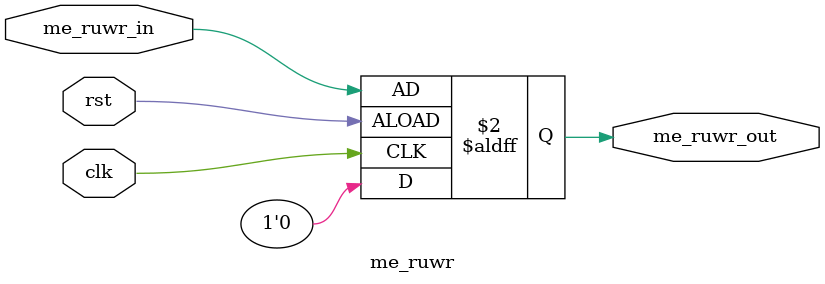
<source format=sv>
module me_ruwr(
    input logic clk,
    input logic rst,
    input logic me_ruwr_in = 1'b0, 
    output logic me_ruwr_out
     
);

    always_ff @(posedge clk or negedge rst) begin
        if (rst) begin
            me_ruwr_out <= 1'b0; 
        end else begin
            me_ruwr_out <= me_ruwr_in; 
        end
    end
endmodule
</source>
